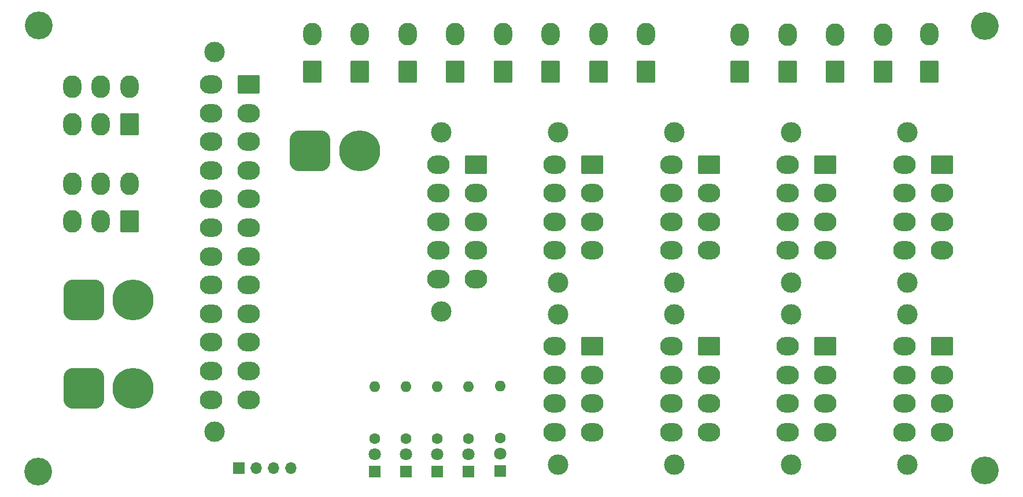
<source format=gbr>
%TF.GenerationSoftware,KiCad,Pcbnew,(6.0.9)*%
%TF.CreationDate,2023-01-09T20:02:48-09:00*%
%TF.ProjectId,ATX_PSU_Board,4154585f-5053-4555-9f42-6f6172642e6b,rev?*%
%TF.SameCoordinates,Original*%
%TF.FileFunction,Soldermask,Top*%
%TF.FilePolarity,Negative*%
%FSLAX46Y46*%
G04 Gerber Fmt 4.6, Leading zero omitted, Abs format (unit mm)*
G04 Created by KiCad (PCBNEW (6.0.9)) date 2023-01-09 20:02:48*
%MOMM*%
%LPD*%
G01*
G04 APERTURE LIST*
G04 Aperture macros list*
%AMRoundRect*
0 Rectangle with rounded corners*
0 $1 Rounding radius*
0 $2 $3 $4 $5 $6 $7 $8 $9 X,Y pos of 4 corners*
0 Add a 4 corners polygon primitive as box body*
4,1,4,$2,$3,$4,$5,$6,$7,$8,$9,$2,$3,0*
0 Add four circle primitives for the rounded corners*
1,1,$1+$1,$2,$3*
1,1,$1+$1,$4,$5*
1,1,$1+$1,$6,$7*
1,1,$1+$1,$8,$9*
0 Add four rect primitives between the rounded corners*
20,1,$1+$1,$2,$3,$4,$5,0*
20,1,$1+$1,$4,$5,$6,$7,0*
20,1,$1+$1,$6,$7,$8,$9,0*
20,1,$1+$1,$8,$9,$2,$3,0*%
G04 Aperture macros list end*
%ADD10RoundRect,0.250001X1.099999X1.399999X-1.099999X1.399999X-1.099999X-1.399999X1.099999X-1.399999X0*%
%ADD11O,2.700000X3.300000*%
%ADD12C,3.000000*%
%ADD13RoundRect,0.250001X-1.399999X1.099999X-1.399999X-1.099999X1.399999X-1.099999X1.399999X1.099999X0*%
%ADD14O,3.300000X2.700000*%
%ADD15C,4.064000*%
%ADD16RoundRect,1.500000X-1.500000X-1.500000X1.500000X-1.500000X1.500000X1.500000X-1.500000X1.500000X0*%
%ADD17C,6.000000*%
%ADD18C,1.600000*%
%ADD19O,1.600000X1.600000*%
%ADD20R,1.800000X1.800000*%
%ADD21C,1.800000*%
%ADD22R,1.700000X1.700000*%
%ADD23O,1.700000X1.700000*%
G04 APERTURE END LIST*
D10*
%TO.C,J12*%
X78519800Y-63093600D03*
D11*
X78519800Y-57593600D03*
%TD*%
D12*
%TO.C,J2*%
X64208800Y-115822400D03*
X64208800Y-60222400D03*
D13*
X69248800Y-64922400D03*
D14*
X69248800Y-69122400D03*
X69248800Y-73322400D03*
X69248800Y-77522400D03*
X69248800Y-81722400D03*
X69248800Y-85922400D03*
X69248800Y-90122400D03*
X69248800Y-94322400D03*
X69248800Y-98522400D03*
X69248800Y-102722400D03*
X69248800Y-106922400D03*
X69248800Y-111122400D03*
X63748800Y-64922400D03*
X63748800Y-69122400D03*
X63748800Y-73322400D03*
X63748800Y-77522400D03*
X63748800Y-81722400D03*
X63748800Y-85922400D03*
X63748800Y-90122400D03*
X63748800Y-94322400D03*
X63748800Y-98522400D03*
X63748800Y-102722400D03*
X63748800Y-106922400D03*
X63748800Y-111122400D03*
%TD*%
D12*
%TO.C,J6*%
X148603700Y-71964600D03*
X148603700Y-93964600D03*
D13*
X153643700Y-76664600D03*
D14*
X153643700Y-80864600D03*
X153643700Y-85064600D03*
X153643700Y-89264600D03*
X148143700Y-76664600D03*
X148143700Y-80864600D03*
X148143700Y-85064600D03*
X148143700Y-89264600D03*
%TD*%
D15*
%TO.C,H2*%
X177000000Y-121500000D03*
%TD*%
%TO.C,H1*%
X38506400Y-56286400D03*
%TD*%
%TO.C,H3*%
X38404800Y-121615200D03*
%TD*%
D12*
%TO.C,J7*%
X165656400Y-93964600D03*
X165656400Y-71964600D03*
D13*
X170696400Y-76664600D03*
D14*
X170696400Y-80864600D03*
X170696400Y-85064600D03*
X170696400Y-89264600D03*
X165196400Y-76664600D03*
X165196400Y-80864600D03*
X165196400Y-85064600D03*
X165196400Y-89264600D03*
%TD*%
D12*
%TO.C,J10*%
X148603700Y-98601800D03*
X148603700Y-120601800D03*
D13*
X153643700Y-103301800D03*
D14*
X153643700Y-107501800D03*
X153643700Y-111701800D03*
X153643700Y-115901800D03*
X148143700Y-103301800D03*
X148143700Y-107501800D03*
X148143700Y-111701800D03*
X148143700Y-115901800D03*
%TD*%
D12*
%TO.C,J8*%
X114498300Y-98601800D03*
X114498300Y-120601800D03*
D13*
X119538300Y-103301800D03*
D14*
X119538300Y-107501800D03*
X119538300Y-111701800D03*
X119538300Y-115901800D03*
X114038300Y-103301800D03*
X114038300Y-107501800D03*
X114038300Y-111701800D03*
X114038300Y-115901800D03*
%TD*%
D12*
%TO.C,J5*%
X131551000Y-93964600D03*
X131551000Y-71964600D03*
D13*
X136591000Y-76664600D03*
D14*
X136591000Y-80864600D03*
X136591000Y-85064600D03*
X136591000Y-89264600D03*
X131091000Y-76664600D03*
X131091000Y-80864600D03*
X131091000Y-85064600D03*
X131091000Y-89264600D03*
%TD*%
D12*
%TO.C,J9*%
X131551000Y-98601800D03*
X131551000Y-120601800D03*
D13*
X136591000Y-103301800D03*
D14*
X136591000Y-107501800D03*
X136591000Y-111701800D03*
X136591000Y-115901800D03*
X131091000Y-103301800D03*
X131091000Y-107501800D03*
X131091000Y-111701800D03*
X131091000Y-115901800D03*
%TD*%
D15*
%TO.C,H4*%
X177000000Y-56337200D03*
%TD*%
D16*
%TO.C,J28*%
X78228400Y-74676800D03*
D17*
X85428400Y-74676800D03*
%TD*%
D10*
%TO.C,J13*%
X85504800Y-63093600D03*
D11*
X85504800Y-57593600D03*
%TD*%
D10*
%TO.C,J14*%
X92489800Y-63093600D03*
D11*
X92489800Y-57593600D03*
%TD*%
D10*
%TO.C,J15*%
X99474800Y-63093600D03*
D11*
X99474800Y-57593600D03*
%TD*%
D10*
%TO.C,J16*%
X106459800Y-63093600D03*
D11*
X106459800Y-57593600D03*
%TD*%
D10*
%TO.C,J17*%
X113444800Y-63093600D03*
D11*
X113444800Y-57593600D03*
%TD*%
D10*
%TO.C,J18*%
X120429800Y-63093600D03*
D11*
X120429800Y-57593600D03*
%TD*%
D10*
%TO.C,J19*%
X127414800Y-63093600D03*
D11*
X127414800Y-57593600D03*
%TD*%
D10*
%TO.C,J21*%
X162093058Y-63107200D03*
D11*
X162093058Y-57607200D03*
%TD*%
D10*
%TO.C,J22*%
X155089916Y-63107200D03*
D11*
X155089916Y-57607200D03*
%TD*%
D10*
%TO.C,J23*%
X148086774Y-63107200D03*
D11*
X148086774Y-57607200D03*
%TD*%
D10*
%TO.C,J24*%
X141083632Y-63107200D03*
D11*
X141083632Y-57607200D03*
%TD*%
D12*
%TO.C,J4*%
X114498300Y-71964600D03*
X114498300Y-93964600D03*
D13*
X119538300Y-76664600D03*
D14*
X119538300Y-80864600D03*
X119538300Y-85064600D03*
X119538300Y-89264600D03*
X114038300Y-76664600D03*
X114038300Y-80864600D03*
X114038300Y-85064600D03*
X114038300Y-89264600D03*
%TD*%
D12*
%TO.C,J11*%
X165656400Y-120601800D03*
X165656400Y-98601800D03*
D13*
X170696400Y-103301800D03*
D14*
X170696400Y-107501800D03*
X170696400Y-111701800D03*
X170696400Y-115901800D03*
X165196400Y-103301800D03*
X165196400Y-107501800D03*
X165196400Y-111701800D03*
X165196400Y-115901800D03*
%TD*%
D10*
%TO.C,J20*%
X168867600Y-63093600D03*
D11*
X168867600Y-57593600D03*
%TD*%
D16*
%TO.C,J29*%
X45055200Y-96526400D03*
D17*
X52255200Y-96526400D03*
%TD*%
D16*
%TO.C,J30*%
X45055200Y-109426800D03*
D17*
X52255200Y-109426800D03*
%TD*%
D10*
%TO.C,J25*%
X51750000Y-85000000D03*
D11*
X47550000Y-85000000D03*
X43350000Y-85000000D03*
X51750000Y-79500000D03*
X47550000Y-79500000D03*
X43350000Y-79500000D03*
%TD*%
D10*
%TO.C,J26*%
X51750000Y-70750000D03*
D11*
X47550000Y-70750000D03*
X43350000Y-70750000D03*
X51750000Y-65250000D03*
X47550000Y-65250000D03*
X43350000Y-65250000D03*
%TD*%
D12*
%TO.C,J3*%
X97445600Y-98164600D03*
X97445600Y-71964600D03*
D13*
X102485600Y-76664600D03*
D14*
X102485600Y-80864600D03*
X102485600Y-85064600D03*
X102485600Y-89264600D03*
X102485600Y-93464600D03*
X96985600Y-76664600D03*
X96985600Y-80864600D03*
X96985600Y-85064600D03*
X96985600Y-89264600D03*
X96985600Y-93464600D03*
%TD*%
D18*
%TO.C,R1*%
X87694000Y-116810100D03*
D19*
X87694000Y-109190100D03*
%TD*%
D18*
%TO.C,R4*%
X101410000Y-116810100D03*
D19*
X101410000Y-109190100D03*
%TD*%
D18*
%TO.C,R5*%
X106020000Y-116747600D03*
D19*
X106020000Y-109127600D03*
%TD*%
D18*
%TO.C,R3*%
X96838000Y-116810100D03*
D19*
X96838000Y-109190100D03*
%TD*%
D18*
%TO.C,R2*%
X92266000Y-116810100D03*
D19*
X92266000Y-109190100D03*
%TD*%
D20*
%TO.C,D5*%
X106010000Y-121597600D03*
D21*
X106010000Y-119057600D03*
%TD*%
D20*
%TO.C,D2*%
X92266000Y-121645600D03*
D21*
X92266000Y-119105600D03*
%TD*%
D20*
%TO.C,D1*%
X87694000Y-121645600D03*
D21*
X87694000Y-119105600D03*
%TD*%
D20*
%TO.C,D3*%
X96838000Y-121645600D03*
D21*
X96838000Y-119105600D03*
%TD*%
D20*
%TO.C,D4*%
X101410000Y-121645600D03*
D21*
X101410000Y-119105600D03*
%TD*%
D22*
%TO.C,J1*%
X67801000Y-121158000D03*
D23*
X70341000Y-121158000D03*
X72881000Y-121158000D03*
X75421000Y-121158000D03*
%TD*%
M02*

</source>
